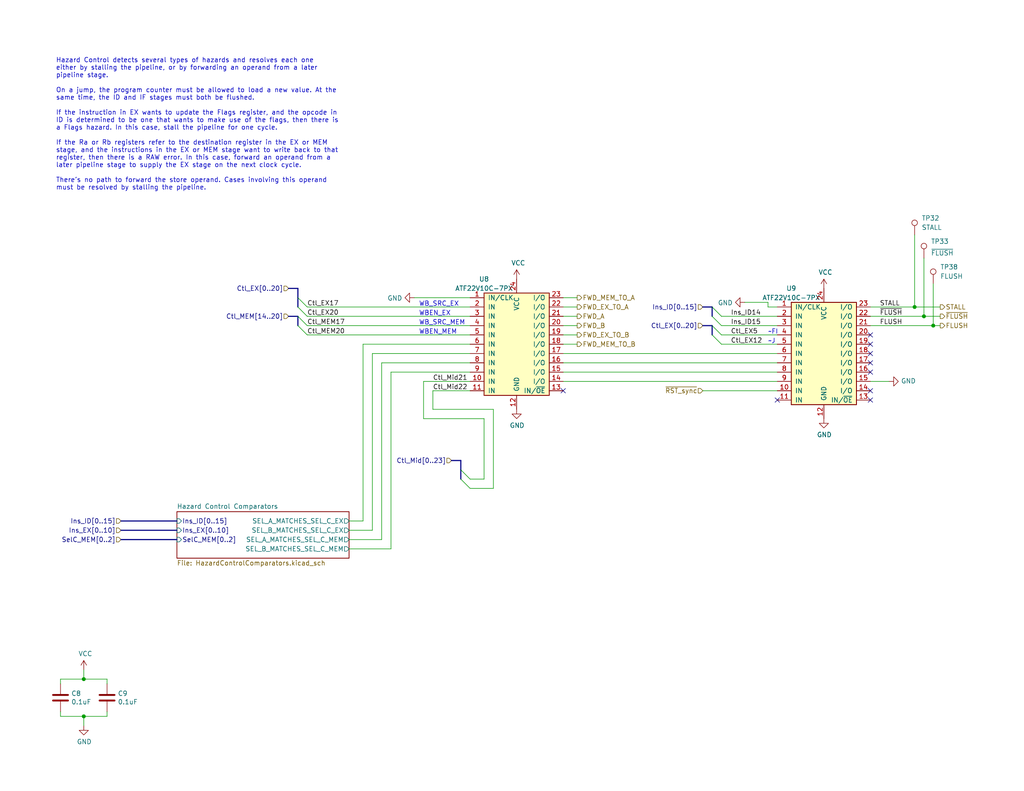
<source format=kicad_sch>
(kicad_sch (version 20230121) (generator eeschema)
  (paper "USLetter")
  (title_block (title "Hazard Control") (date "2023-11-14") (rev "E") (comment 2 "control operand forwarding.") (comment 3 "This may stall the pipeline on a hazard. For RAW hazards, it produces signals to") (comment 4 "Control logic for dealing with pipeline hazards"))
  (lib_symbols
    (symbol "Connector:TestPoint" (pin_numbers hide) (pin_names (offset 0.762) hide)
      (property "Reference" "TP" (at 0 6.858 0))
      (property "Value" "TestPoint" (at 0 5.08 0))
      (symbol "TestPoint_0_1"
        (circle (center 0 3.302) (radius 0.762))
      )
      (symbol "TestPoint_1_1"
        (pin passive line (at 0 0 90) (length 2.54) (name "1") (number "1"))
      )
    )
    (symbol "ControlModule-rescue:ATF22V10C-Logic_Programmable" (pin_names (offset 1.016))
      (property "Reference" "U" (at -7.62 17.78 0))
      (property "Value" "ATF22V10C-Logic_Programmable" (at -7.62 15.24 0))
      (symbol "ATF22V10C-Logic_Programmable_1_1"
        (rectangle (start -8.89 -15.24) (end 8.89 12.7) (stroke (width 0.254)) (fill (type background)))
        (pin input line (at -12.7 11.43 0) (length 3.81) (name "IN/CLK") (number "1"))
        (pin input line (at -12.7 -11.43 0) (length 3.81) (name "IN") (number "10"))
        (pin input line (at -12.7 -13.97 0) (length 3.81) (name "IN") (number "11"))
        (pin power_in line (at 0 -19.05 90) (length 3.81) (name "GND") (number "12"))
        (pin input line (at 12.7 -13.97 180) (length 3.81) (name "IN/~{OE}") (number "13"))
        (pin passive line (at 12.7 -11.43 180) (length 3.81) (name "I/O") (number "14"))
        (pin passive line (at 12.7 -8.89 180) (length 3.81) (name "I/O") (number "15"))
        (pin passive line (at 12.7 -6.35 180) (length 3.81) (name "I/O") (number "16"))
        (pin passive line (at 12.7 -3.81 180) (length 3.81) (name "I/O") (number "17"))
        (pin passive line (at 12.7 -1.27 180) (length 3.81) (name "I/O") (number "18"))
        (pin passive line (at 12.7 1.27 180) (length 3.81) (name "I/O") (number "19"))
        (pin input line (at -12.7 8.89 0) (length 3.81) (name "IN") (number "2"))
        (pin passive line (at 12.7 3.81 180) (length 3.81) (name "I/O") (number "20"))
        (pin passive line (at 12.7 6.35 180) (length 3.81) (name "I/O") (number "21"))
        (pin passive line (at 12.7 8.89 180) (length 3.81) (name "I/O") (number "22"))
        (pin passive line (at 12.7 11.43 180) (length 3.81) (name "I/O") (number "23"))
        (pin power_in line (at 0 16.51 270) (length 3.81) (name "VCC") (number "24"))
        (pin input line (at -12.7 6.35 0) (length 3.81) (name "IN") (number "3"))
        (pin input line (at -12.7 3.81 0) (length 3.81) (name "IN") (number "4"))
        (pin input line (at -12.7 1.27 0) (length 3.81) (name "IN") (number "5"))
        (pin input line (at -12.7 -1.27 0) (length 3.81) (name "IN") (number "6"))
        (pin input line (at -12.7 -3.81 0) (length 3.81) (name "IN") (number "7"))
        (pin input line (at -12.7 -6.35 0) (length 3.81) (name "IN") (number "8"))
        (pin input line (at -12.7 -8.89 0) (length 3.81) (name "IN") (number "9"))
      )
    )
    (symbol "Device:C" (pin_numbers hide) (pin_names (offset 0.254))
      (property "Reference" "C" (at 0.635 2.54 0))
      (property "Value" "C" (at 0.635 -2.54 0))
      (symbol "C_0_1"
        (polyline (pts (xy -2.032 -0.762) (xy 2.032 -0.762)) (stroke (width 0.508)))
        (polyline (pts (xy -2.032 0.762) (xy 2.032 0.762)) (stroke (width 0.508)))
      )
      (symbol "C_1_1"
        (pin passive line (at 0 3.81 270) (length 2.794) (name "~") (number "1"))
        (pin passive line (at 0 -3.81 90) (length 2.794) (name "~") (number "2"))
      )
    )
    (symbol "power:GND" (power) (pin_names (offset 0))
      (property "Value" "GND" (at 0 -3.81 0))
      (symbol "GND_0_1"
        (polyline (pts (xy 0 0) (xy 0 -1.27) (xy 1.27 -1.27) (xy 0 -2.54) (xy -1.27 -1.27) (xy 0 -1.27)))
      )
      (symbol "GND_1_1"
        (pin power_in line (at 0 0 270) (length 0) hide (name "GND") (number "1"))
      )
    )
    (symbol "power:VCC" (power) (pin_names (offset 0))
      (property "Value" "VCC" (at 0 3.81 0))
      (symbol "VCC_0_1"
        (polyline (pts (xy -0.762 1.27) (xy 0 2.54)))
        (polyline (pts (xy 0 0) (xy 0 2.54)))
        (polyline (pts (xy 0 2.54) (xy 0.762 1.27)))
      )
      (symbol "VCC_1_1"
        (pin power_in line (at 0 0 90) (length 0) hide (name "VCC") (number "1"))
      )
    )
  )
  (junction (at 22.86 185.42))
  (junction (at 249.555 83.82))
  (junction (at 252.095 86.36))
  (junction (at 254.635 88.9))
  (junction (at 22.86 195.58))
  (no_connect (at 212.09 109.22))
  (no_connect (at 237.49 109.22))
  (no_connect (at 237.49 93.98))
  (no_connect (at 237.49 91.44))
  (no_connect (at 237.49 106.68))
  (no_connect (at 237.49 99.06))
  (no_connect (at 237.49 101.6))
  (no_connect (at 153.67 106.68))
  (no_connect (at 237.49 96.52))
  (bus_entry (at 128.27 130.81) (size -2.54 -2.54))
  (bus_entry (at 196.85 86.36) (size -2.54 -2.54))
  (bus_entry (at 83.82 83.82) (size -2.54 -2.54))
  (bus_entry (at 194.31 88.9) (size 2.54 2.54))
  (bus_entry (at 81.28 83.82) (size 2.54 2.54))
  (bus_entry (at 194.31 91.44) (size 2.54 2.54))
  (bus_entry (at 83.82 91.44) (size -2.54 -2.54))
  (bus_entry (at 83.82 88.9) (size -2.54 -2.54))
  (bus_entry (at 128.27 133.35) (size -2.54 -2.54))
  (bus_entry (at 196.85 88.9) (size -2.54 -2.54))
  (wire (pts (xy 157.48 88.9) (xy 153.67 88.9)))
  (wire (pts (xy 212.09 99.06) (xy 153.67 99.06)))
  (wire (pts (xy 134.62 133.35) (xy 128.27 133.35)))
  (wire (pts (xy 16.51 185.42) (xy 22.86 185.42)))
  (wire (pts (xy 254.635 88.9) (xy 256.54 88.9)))
  (wire (pts (xy 118.11 111.76) (xy 134.62 111.76)))
  (wire (pts (xy 118.11 106.68) (xy 128.27 106.68)))
  (wire (pts (xy 115.57 114.3) (xy 115.57 104.14)))
  (wire (pts (xy 237.49 104.14) (xy 242.57 104.14)))
  (bus (pts (xy 78.74 86.36) (xy 81.28 86.36)))
  (wire (pts (xy 128.27 99.06) (xy 104.14 99.06)))
  (wire (pts (xy 83.82 91.44) (xy 128.27 91.44)))
  (wire (pts (xy 153.67 96.52) (xy 212.09 96.52)))
  (wire (pts (xy 191.77 106.68) (xy 212.09 106.68)))
  (wire (pts (xy 128.27 101.6) (xy 106.68 101.6)))
  (bus (pts (xy 191.77 88.9) (xy 194.31 88.9)))
  (bus (pts (xy 81.28 81.28) (xy 81.28 83.82)))
  (wire (pts (xy 196.85 93.98) (xy 212.09 93.98)))
  (bus (pts (xy 81.28 86.36) (xy 81.28 88.9)))
  (wire (pts (xy 134.62 111.76) (xy 134.62 133.35)))
  (wire (pts (xy 132.08 114.3) (xy 115.57 114.3)))
  (wire (pts (xy 29.21 185.42) (xy 29.21 186.69)))
  (wire (pts (xy 99.06 142.24) (xy 95.25 142.24)))
  (wire (pts (xy 99.06 93.98) (xy 99.06 142.24)))
  (wire (pts (xy 252.095 86.36) (xy 256.54 86.36)))
  (wire (pts (xy 106.68 101.6) (xy 106.68 149.86)))
  (wire (pts (xy 254.635 77.47) (xy 254.635 88.9)))
  (bus (pts (xy 81.28 78.74) (xy 81.28 81.28)))
  (wire (pts (xy 157.48 83.82) (xy 153.67 83.82)))
  (wire (pts (xy 115.57 104.14) (xy 128.27 104.14)))
  (wire (pts (xy 22.86 198.12) (xy 22.86 195.58)))
  (wire (pts (xy 104.14 147.32) (xy 95.25 147.32)))
  (wire (pts (xy 128.27 81.28) (xy 113.03 81.28)))
  (wire (pts (xy 153.67 101.6) (xy 212.09 101.6)))
  (wire (pts (xy 22.86 195.58) (xy 29.21 195.58)))
  (wire (pts (xy 16.51 186.69) (xy 16.51 185.42)))
  (wire (pts (xy 249.555 64.135) (xy 249.555 83.82)))
  (wire (pts (xy 132.08 130.81) (xy 132.08 114.3)))
  (wire (pts (xy 29.21 195.58) (xy 29.21 194.31)))
  (bus (pts (xy 123.19 125.73) (xy 125.73 125.73)))
  (wire (pts (xy 237.49 83.82) (xy 249.555 83.82)))
  (bus (pts (xy 191.77 83.82) (xy 194.31 83.82)))
  (wire (pts (xy 209.55 82.55) (xy 209.55 83.82)))
  (wire (pts (xy 83.82 86.36) (xy 128.27 86.36)))
  (bus (pts (xy 78.74 78.74) (xy 81.28 78.74)))
  (bus (pts (xy 194.31 88.9) (xy 194.31 91.44)))
  (wire (pts (xy 128.27 96.52) (xy 101.6 96.52)))
  (wire (pts (xy 153.67 91.44) (xy 157.48 91.44)))
  (bus (pts (xy 125.73 125.73) (xy 125.73 128.27)))
  (bus (pts (xy 33.02 147.32) (xy 48.26 147.32)))
  (wire (pts (xy 22.86 185.42) (xy 29.21 185.42)))
  (wire (pts (xy 83.82 88.9) (xy 128.27 88.9)))
  (wire (pts (xy 118.11 106.68) (xy 118.11 111.76)))
  (wire (pts (xy 203.2 82.55) (xy 209.55 82.55)))
  (wire (pts (xy 237.49 86.36) (xy 252.095 86.36)))
  (wire (pts (xy 128.27 93.98) (xy 99.06 93.98)))
  (wire (pts (xy 128.27 130.81) (xy 132.08 130.81)))
  (wire (pts (xy 83.82 83.82) (xy 128.27 83.82)))
  (bus (pts (xy 48.26 142.24) (xy 33.02 142.24)))
  (bus (pts (xy 48.26 144.78) (xy 33.02 144.78)))
  (wire (pts (xy 209.55 83.82) (xy 212.09 83.82)))
  (wire (pts (xy 249.555 83.82) (xy 256.54 83.82)))
  (wire (pts (xy 153.67 86.36) (xy 157.48 86.36)))
  (wire (pts (xy 237.49 88.9) (xy 254.635 88.9)))
  (wire (pts (xy 196.85 88.9) (xy 212.09 88.9)))
  (bus (pts (xy 125.73 128.27) (xy 125.73 130.81)))
  (wire (pts (xy 106.68 149.86) (xy 95.25 149.86)))
  (wire (pts (xy 22.86 182.88) (xy 22.86 185.42)))
  (wire (pts (xy 101.6 96.52) (xy 101.6 144.78)))
  (wire (pts (xy 101.6 144.78) (xy 95.25 144.78)))
  (wire (pts (xy 104.14 99.06) (xy 104.14 147.32)))
  (wire (pts (xy 212.09 91.44) (xy 196.85 91.44)))
  (wire (pts (xy 212.09 104.14) (xy 153.67 104.14)))
  (wire (pts (xy 196.85 86.36) (xy 212.09 86.36)))
  (wire (pts (xy 16.51 195.58) (xy 22.86 195.58)))
  (wire (pts (xy 157.48 93.98) (xy 153.67 93.98)))
  (bus (pts (xy 194.31 83.82) (xy 194.31 86.36)))
  (wire (pts (xy 153.67 81.28) (xy 157.48 81.28)))
  (wire (pts (xy 252.095 70.485) (xy 252.095 86.36)))
  (wire (pts (xy 16.51 194.31) (xy 16.51 195.58)))
  (text "Hazard Control detects several types of hazards and resolves each one\neither by stalling the pipeline, or by forwarding an operand from a later\npipeline stage.\n\nOn a jump, the program counter must be allowed to load a new value. At the\nsame time, the ID and IF stages must both be flushed.\n\nIf the instruction in EX wants to update the Flags register, and the opcode in\nID is determined to be one that wants to make use of the flags, then there is\na Flags hazard. In this case, stall the pipeline for one cycle.\n\nIf the Ra or Rb registers refer to the destination register in the EX or MEM\nstage, and the instructions in the EX or MEM stage want to write back to that\nregister, then there is a RAW error. In this case, forward an operand from a\nlater pipeline stage to supply the EX stage on the next clock cycle.\n\nThere’s no path to forward the store operand. Cases involving this operand\nmust be resolved by stalling the pipeline." (at 15.24 52.07 0) (effects (font (size 1.27 1.27)) (justify left bottom)))
  (text "WBEN_EX" (at 114.3 86.36 0) (effects (font (size 1.27 1.27)) (justify left bottom)))
  (text "WBEN_MEM" (at 114.3 91.44 0) (effects (font (size 1.27 1.27)) (justify left bottom)))
  (text "WB_SRC_EX" (at 114.3 83.82 0) (effects (font (size 1.27 1.27)) (justify left bottom)))
  (text "~J" (at 209.55 93.98 0) (effects (font (size 1.27 1.27)) (justify left bottom)))
  (text "~FI" (at 209.55 91.44 0) (effects (font (size 1.27 1.27)) (justify left bottom)))
  (text "WB_SRC_MEM" (at 114.3 88.9 0) (effects (font (size 1.27 1.27)) (justify left bottom)))
  (label "Ins_ID14" (at 199.39 86.36 0))
  (label "Ctl_MEM20" (at 83.82 91.44 0))
  (label "Ins_ID15" (at 199.39 88.9 0))
  (label "Ctl_Mid21" (at 118.11 104.14 0))
  (label "FLUSH" (at 240.03 88.9 0))
  (label "Ctl_EX12" (at 199.39 93.98 0))
  (label "~{FLUSH}" (at 240.03 86.36 0))
  (label "Ctl_EX5" (at 199.39 91.44 0))
  (label "Ctl_MEM17" (at 83.82 88.9 0))
  (label "STALL" (at 240.03 83.82 0))
  (label "Ctl_EX17" (at 83.82 83.82 0))
  (label "Ctl_Mid22" (at 118.11 106.68 0))
  (label "Ctl_EX20" (at 83.82 86.36 0))
  (hierarchical_label "~{RST_sync}" (shape input) (at 191.77 106.68 180))
  (hierarchical_label "FWD_EX_TO_A" (shape output) (at 157.48 83.82 0))
  (hierarchical_label "FWD_MEM_TO_A" (shape output) (at 157.48 81.28 0))
  (hierarchical_label "FWD_B" (shape output) (at 157.48 88.9 0))
  (hierarchical_label "Ins_ID[0..15]" (shape input) (at 191.77 83.82 180))
  (hierarchical_label "SelC_MEM[0..2]" (shape input) (at 33.02 147.32 180))
  (hierarchical_label "Ctl_EX[0..20]" (shape input) (at 191.77 88.9 180))
  (hierarchical_label "FWD_MEM_TO_B" (shape output) (at 157.48 93.98 0))
  (hierarchical_label "Ctl_Mid[0..23]" (shape input) (at 123.19 125.73 180))
  (hierarchical_label "STALL" (shape output) (at 256.54 83.82 0))
  (hierarchical_label "Ctl_EX[0..20]" (shape input) (at 78.74 78.74 180))
  (hierarchical_label "FLUSH" (shape output) (at 256.54 88.9 0))
  (hierarchical_label "~{FLUSH}" (shape output) (at 256.54 86.36 0))
  (hierarchical_label "Ctl_MEM[14..20]" (shape input) (at 78.74 86.36 180))
  (hierarchical_label "FWD_EX_TO_B" (shape output) (at 157.48 91.44 0))
  (hierarchical_label "Ins_EX[0..10]" (shape input) (at 33.02 144.78 180))
  (hierarchical_label "FWD_A" (shape output) (at 157.48 86.36 0))
  (hierarchical_label "Ins_ID[0..15]" (shape input) (at 33.02 142.24 180))
  (symbol (lib_id "power:VCC") (at 140.97 76.2 0) (unit 1)
    (property "Reference" "#PWR037" (effects hide))
    (property "Value" "VCC" (at 141.4018 71.8058 0))
  )
  (symbol (lib_id "power:GND") (at 140.97 111.76 0) (unit 1)
    (property "Reference" "#PWR038" (effects hide))
    (property "Value" "GND" (at 141.097 116.1542 0))
  )
  (symbol (lib_id "ControlModule-rescue:ATF22V10C-Logic_Programmable") (at 140.97 92.71 0) (unit 1)
    (property "Reference" "U8" (at 132.08 76.2 0))
    (property "Value" "ATF22V10C-7PX" (at 132.08 78.74 0))
    (property "Footprint" "Package_DIP:DIP-24_W7.62mm_Socket" (effects hide))
    (property "Datasheet" "https://www.mouser.com/datasheet/2/268/doc0735-1369018.pdf" (effects hide))
    (property "Mouser" "https://www.mouser.com/ProductDetail/Microchip-Technology-Atmel/ATF22V10C-7PX?qs=%2Fha2pyFadugqFuTUlWvkuaZr7DXQ8Rnu3dOZcKuoHGuPC51te6MYUw%3D%3D" (effects hide))
  )
  (symbol (lib_id "Device:C") (at 16.51 190.5 0) (unit 1)
    (property "Reference" "C8" (at 19.431 189.3316 0) (effects (justify left)))
    (property "Value" "0.1uF" (at 19.431 191.643 0) (effects (justify left)))
    (property "Footprint" "Capacitor_SMD:C_0603_1608Metric_Pad1.08x0.95mm_HandSolder" (effects hide))
    (property "Mouser" "https://www.mouser.com/ProductDetail/963-EMK107B7104KAHT" (effects hide))
  )
  (symbol (lib_id "power:VCC") (at 22.86 182.88 0) (unit 1)
    (property "Reference" "#PWR034" (effects hide))
    (property "Value" "VCC" (at 23.2918 178.4858 0))
  )
  (symbol (lib_id "power:GND") (at 22.86 198.12 0) (unit 1)
    (property "Reference" "#PWR035" (effects hide))
    (property "Value" "GND" (at 22.987 202.5142 0))
  )
  (symbol (lib_id "Device:C") (at 29.21 190.5 0) (unit 1)
    (property "Reference" "C9" (at 32.131 189.3316 0) (effects (justify left)))
    (property "Value" "0.1uF" (at 32.131 191.643 0) (effects (justify left)))
    (property "Footprint" "Capacitor_SMD:C_0603_1608Metric_Pad1.08x0.95mm_HandSolder" (effects hide))
    (property "Mouser" "https://www.mouser.com/ProductDetail/963-EMK107B7104KAHT" (effects hide))
  )
  (symbol (lib_id "power:GND") (at 242.57 104.14 90) (unit 1)
    (property "Reference" "#PWR042" (effects hide))
    (property "Value" "GND" (at 245.8212 104.013 90) (effects (justify right)))
  )
  (symbol (lib_id "power:GND") (at 203.2 82.55 270) (unit 1)
    (property "Reference" "#PWR039" (effects hide))
    (property "Value" "GND" (at 199.9488 82.677 90) (effects (justify right)))
  )
  (symbol (lib_id "power:GND") (at 113.03 81.28 270) (unit 1)
    (property "Reference" "#PWR036" (effects hide))
    (property "Value" "GND" (at 109.7788 81.407 90) (effects (justify right)))
  )
  (symbol (lib_id "ControlModule-rescue:ATF22V10C-Logic_Programmable") (at 224.79 95.25 0) (unit 1)
    (property "Reference" "U9" (at 215.9 78.74 0))
    (property "Value" "ATF22V10C-7PX" (at 215.9 81.28 0))
    (property "Footprint" "Package_DIP:DIP-24_W7.62mm_Socket" (effects hide))
    (property "Datasheet" "https://www.mouser.com/datasheet/2/268/doc0735-1369018.pdf" (effects hide))
    (property "Mouser" "https://www.mouser.com/ProductDetail/Microchip-Technology-Atmel/ATF22V10C-7PX?qs=%2Fha2pyFadugqFuTUlWvkuaZr7DXQ8Rnu3dOZcKuoHGuPC51te6MYUw%3D%3D" (effects hide))
  )
  (symbol (lib_id "power:VCC") (at 224.79 78.74 0) (unit 1)
    (property "Reference" "#PWR040" (effects hide))
    (property "Value" "VCC" (at 225.2218 74.3458 0))
  )
  (symbol (lib_id "power:GND") (at 224.79 114.3 0) (unit 1)
    (property "Reference" "#PWR041" (effects hide))
    (property "Value" "GND" (at 224.917 118.6942 0))
  )
  (symbol (lib_id "Connector:TestPoint") (at 254.635 77.47 0) (unit 1)
    (property "Reference" "TP38" (at 256.54 72.898 0) (effects (justify left)))
    (property "Value" "FLUSH" (at 256.54 75.438 0) (effects (justify left)))
    (property "Footprint" "TestPoint:TestPoint_Pad_D1.0mm" (effects hide))
  )
  (symbol (lib_id "Connector:TestPoint") (at 252.095 70.485 0) (unit 1)
    (property "Reference" "TP33" (at 254 65.9129 0) (effects (justify left)))
    (property "Value" "~{FLUSH}" (at 254 69.0879 0) (effects (justify left)))
    (property "Footprint" "TestPoint:TestPoint_Pad_D1.0mm" (effects hide))
  )
  (symbol (lib_id "Connector:TestPoint") (at 249.555 64.135 0) (unit 1)
    (property "Reference" "TP32" (at 251.46 59.5629 0) (effects (justify left)))
    (property "Value" "STALL" (at 251.46 62.1029 0) (effects (justify left)))
    (property "Footprint" "TestPoint:TestPoint_Pad_D1.0mm" (effects hide))
  )
  (sheet (at 48.26 139.7) (size 46.99 12.7)
    (property "Sheetname" "Hazard Control Comparators" (at 48.26 138.9884 0) (effects (justify left bottom)))
    (property "Sheetfile" "HazardControlComparators.kicad_sch" (at 48.26 152.9846 0) (effects (justify left top)))
    (pin "Ins_ID[0..15]" input (at 48.26 142.24 180))
    (pin "Ins_EX[0..10]" input (at 48.26 144.78 180))
    (pin "SelC_MEM[0..2]" input (at 48.26 147.32 180))
    (pin "SEL_A_MATCHES_SEL_C_EX" output (at 95.25 142.24 0))
    (pin "SEL_B_MATCHES_SEL_C_EX" output (at 95.25 144.78 0))
    (pin "SEL_A_MATCHES_SEL_C_MEM" output (at 95.25 147.32 0))
    (pin "SEL_B_MATCHES_SEL_C_MEM" output (at 95.25 149.86 0))
  )
)
</source>
